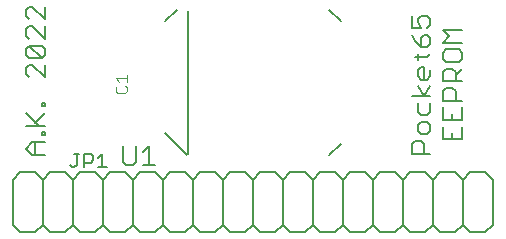
<source format=gto>
G75*
%MOIN*%
%OFA0B0*%
%FSLAX25Y25*%
%IPPOS*%
%LPD*%
%AMOC8*
5,1,8,0,0,1.08239X$1,22.5*
%
%ADD10C,0.00800*%
%ADD11C,0.00600*%
%ADD12C,0.00500*%
%ADD13C,0.00300*%
D10*
X0008113Y0027268D02*
X0006045Y0029336D01*
X0008113Y0031405D01*
X0012250Y0031405D01*
X0012250Y0033713D02*
X0011216Y0033713D01*
X0011216Y0034748D01*
X0012250Y0034748D01*
X0012250Y0033713D01*
X0009147Y0031405D02*
X0009147Y0027268D01*
X0008113Y0027268D02*
X0012250Y0027268D01*
X0012250Y0036936D02*
X0006045Y0036936D01*
X0009147Y0037970D02*
X0012250Y0041073D01*
X0012250Y0043382D02*
X0011216Y0043382D01*
X0011216Y0044416D01*
X0012250Y0044416D01*
X0012250Y0043382D01*
X0006045Y0041073D02*
X0010182Y0036936D01*
X0012250Y0053050D02*
X0008113Y0057187D01*
X0007079Y0057187D01*
X0006045Y0056153D01*
X0006045Y0054084D01*
X0007079Y0053050D01*
X0012250Y0053050D02*
X0012250Y0057187D01*
X0011216Y0059495D02*
X0007079Y0063632D01*
X0011216Y0063632D01*
X0012250Y0062598D01*
X0012250Y0060530D01*
X0011216Y0059495D01*
X0007079Y0059495D01*
X0006045Y0060530D01*
X0006045Y0062598D01*
X0007079Y0063632D01*
X0007079Y0065941D02*
X0006045Y0066975D01*
X0006045Y0069044D01*
X0007079Y0070078D01*
X0008113Y0070078D01*
X0012250Y0065941D01*
X0012250Y0070078D01*
X0012250Y0072386D02*
X0008113Y0076523D01*
X0007079Y0076523D01*
X0006045Y0075489D01*
X0006045Y0073421D01*
X0007079Y0072386D01*
X0012250Y0072386D02*
X0012250Y0076523D01*
X0052398Y0071853D02*
X0056197Y0075652D01*
X0059898Y0075353D02*
X0059898Y0027447D01*
X0059697Y0027148D02*
X0052398Y0034447D01*
X0107103Y0027148D02*
X0110902Y0030947D01*
X0134545Y0030732D02*
X0134545Y0027629D01*
X0140750Y0027629D01*
X0138682Y0027629D02*
X0138682Y0030732D01*
X0137647Y0031766D01*
X0135579Y0031766D01*
X0134545Y0030732D01*
X0137647Y0034075D02*
X0139716Y0034075D01*
X0140750Y0035109D01*
X0140750Y0037177D01*
X0139716Y0038212D01*
X0137647Y0038212D01*
X0136613Y0037177D01*
X0136613Y0035109D01*
X0137647Y0034075D01*
X0145045Y0032463D02*
X0151250Y0032463D01*
X0151250Y0036600D01*
X0148147Y0034532D02*
X0148147Y0032463D01*
X0145045Y0032463D02*
X0145045Y0036600D01*
X0145045Y0038909D02*
X0151250Y0038909D01*
X0151250Y0043046D01*
X0148147Y0040977D02*
X0148147Y0038909D01*
X0145045Y0038909D02*
X0145045Y0043046D01*
X0140750Y0041555D02*
X0140750Y0044657D01*
X0145045Y0045354D02*
X0145045Y0048457D01*
X0146079Y0049491D01*
X0148147Y0049491D01*
X0149182Y0048457D01*
X0149182Y0045354D01*
X0151250Y0045354D02*
X0145045Y0045354D01*
X0140750Y0046966D02*
X0134545Y0046966D01*
X0136613Y0044657D02*
X0136613Y0041555D01*
X0137647Y0040520D01*
X0139716Y0040520D01*
X0140750Y0041555D01*
X0138682Y0046966D02*
X0136613Y0050068D01*
X0137647Y0052337D02*
X0136613Y0053371D01*
X0136613Y0055440D01*
X0137647Y0056474D01*
X0138682Y0056474D01*
X0138682Y0052337D01*
X0139716Y0052337D02*
X0137647Y0052337D01*
X0139716Y0052337D02*
X0140750Y0053371D01*
X0140750Y0055440D01*
X0145045Y0054903D02*
X0146079Y0055937D01*
X0148147Y0055937D01*
X0149182Y0054903D01*
X0149182Y0051800D01*
X0151250Y0051800D02*
X0145045Y0051800D01*
X0145045Y0054903D01*
X0149182Y0053868D02*
X0151250Y0055937D01*
X0150216Y0058245D02*
X0146079Y0058245D01*
X0145045Y0059280D01*
X0145045Y0061348D01*
X0146079Y0062382D01*
X0150216Y0062382D01*
X0151250Y0061348D01*
X0151250Y0059280D01*
X0150216Y0058245D01*
X0140750Y0060851D02*
X0139716Y0059817D01*
X0135579Y0059817D01*
X0136613Y0058783D02*
X0136613Y0060851D01*
X0137647Y0063080D02*
X0137647Y0066182D01*
X0138682Y0067216D01*
X0139716Y0067216D01*
X0140750Y0066182D01*
X0140750Y0064114D01*
X0139716Y0063080D01*
X0137647Y0063080D01*
X0135579Y0065148D01*
X0134545Y0067216D01*
X0134545Y0069525D02*
X0137647Y0069525D01*
X0136613Y0071594D01*
X0136613Y0072628D01*
X0137647Y0073662D01*
X0139716Y0073662D01*
X0140750Y0072628D01*
X0140750Y0070559D01*
X0139716Y0069525D01*
X0134545Y0069525D02*
X0134545Y0073662D01*
X0145045Y0068828D02*
X0151250Y0068828D01*
X0147113Y0066759D02*
X0145045Y0068828D01*
X0147113Y0066759D02*
X0145045Y0064691D01*
X0151250Y0064691D01*
X0140750Y0050068D02*
X0138682Y0046966D01*
X0110902Y0071853D02*
X0107103Y0075652D01*
D11*
X0004150Y0001400D02*
X0001650Y0003900D01*
X0001650Y0018900D01*
X0004150Y0021400D01*
X0009150Y0021400D01*
X0011650Y0018900D01*
X0011650Y0003900D01*
X0009150Y0001400D01*
X0004150Y0001400D01*
X0011650Y0003900D02*
X0014150Y0001400D01*
X0019150Y0001400D01*
X0021650Y0003900D01*
X0021650Y0018900D01*
X0024150Y0021400D01*
X0029150Y0021400D01*
X0031650Y0018900D01*
X0031650Y0003900D01*
X0029150Y0001400D01*
X0024150Y0001400D01*
X0021650Y0003900D01*
X0031650Y0003900D02*
X0034150Y0001400D01*
X0039150Y0001400D01*
X0041650Y0003900D01*
X0041650Y0018900D01*
X0044150Y0021400D01*
X0049150Y0021400D01*
X0051650Y0018900D01*
X0051650Y0003900D01*
X0049150Y0001400D01*
X0044150Y0001400D01*
X0041650Y0003900D01*
X0051650Y0003900D02*
X0054150Y0001400D01*
X0059150Y0001400D01*
X0061650Y0003900D01*
X0061650Y0018900D01*
X0064150Y0021400D01*
X0069150Y0021400D01*
X0071650Y0018900D01*
X0071650Y0003900D01*
X0069150Y0001400D01*
X0064150Y0001400D01*
X0061650Y0003900D01*
X0071650Y0003900D02*
X0074150Y0001400D01*
X0079150Y0001400D01*
X0081650Y0003900D01*
X0081650Y0018900D01*
X0084150Y0021400D01*
X0089150Y0021400D01*
X0091650Y0018900D01*
X0091650Y0003900D01*
X0089150Y0001400D01*
X0084150Y0001400D01*
X0081650Y0003900D01*
X0091650Y0003900D02*
X0094150Y0001400D01*
X0099150Y0001400D01*
X0101650Y0003900D01*
X0101650Y0018900D01*
X0099150Y0021400D01*
X0094150Y0021400D01*
X0091650Y0018900D01*
X0081650Y0018900D02*
X0079150Y0021400D01*
X0074150Y0021400D01*
X0071650Y0018900D01*
X0061650Y0018900D02*
X0059150Y0021400D01*
X0054150Y0021400D01*
X0051650Y0018900D01*
X0049143Y0023950D02*
X0044873Y0023950D01*
X0047008Y0023950D02*
X0047008Y0030355D01*
X0044873Y0028220D01*
X0042697Y0030355D02*
X0042697Y0025018D01*
X0041630Y0023950D01*
X0039495Y0023950D01*
X0038427Y0025018D01*
X0038427Y0030355D01*
X0039150Y0021400D02*
X0034150Y0021400D01*
X0031650Y0018900D01*
X0039150Y0021400D02*
X0041650Y0018900D01*
X0021650Y0018900D02*
X0019150Y0021400D01*
X0014150Y0021400D01*
X0011650Y0018900D01*
X0101650Y0018900D02*
X0104150Y0021400D01*
X0109150Y0021400D01*
X0111650Y0018900D01*
X0111650Y0003900D01*
X0109150Y0001400D01*
X0104150Y0001400D01*
X0101650Y0003900D01*
X0111650Y0003900D02*
X0114150Y0001400D01*
X0119150Y0001400D01*
X0121650Y0003900D01*
X0121650Y0018900D01*
X0119150Y0021400D01*
X0114150Y0021400D01*
X0111650Y0018900D01*
X0121650Y0018900D02*
X0124150Y0021400D01*
X0129150Y0021400D01*
X0131650Y0018900D01*
X0131650Y0003900D01*
X0129150Y0001400D01*
X0124150Y0001400D01*
X0121650Y0003900D01*
X0131650Y0003900D02*
X0134150Y0001400D01*
X0139150Y0001400D01*
X0141650Y0003900D01*
X0141650Y0018900D01*
X0139150Y0021400D01*
X0134150Y0021400D01*
X0131650Y0018900D01*
X0141650Y0018900D02*
X0144150Y0021400D01*
X0149150Y0021400D01*
X0151650Y0018900D01*
X0151650Y0003900D01*
X0149150Y0001400D01*
X0144150Y0001400D01*
X0141650Y0003900D01*
X0151650Y0003900D02*
X0154150Y0001400D01*
X0159150Y0001400D01*
X0161650Y0003900D01*
X0161650Y0018900D01*
X0159150Y0021400D01*
X0154150Y0021400D01*
X0151650Y0018900D01*
D12*
X0032860Y0023150D02*
X0029858Y0023150D01*
X0031359Y0023150D02*
X0031359Y0027654D01*
X0029858Y0026153D01*
X0028256Y0026903D02*
X0028256Y0025402D01*
X0027506Y0024651D01*
X0025254Y0024651D01*
X0025254Y0023150D02*
X0025254Y0027654D01*
X0027506Y0027654D01*
X0028256Y0026903D01*
X0023653Y0027654D02*
X0022151Y0027654D01*
X0022902Y0027654D02*
X0022902Y0023901D01*
X0022151Y0023150D01*
X0021401Y0023150D01*
X0020650Y0023901D01*
D13*
X0036469Y0047863D02*
X0035852Y0048480D01*
X0035852Y0049715D01*
X0036469Y0050332D01*
X0038938Y0050332D02*
X0039555Y0049715D01*
X0039555Y0048480D01*
X0038938Y0047863D01*
X0036469Y0047863D01*
X0037086Y0051546D02*
X0035852Y0052781D01*
X0039555Y0052781D01*
X0039555Y0054015D02*
X0039555Y0051546D01*
M02*

</source>
